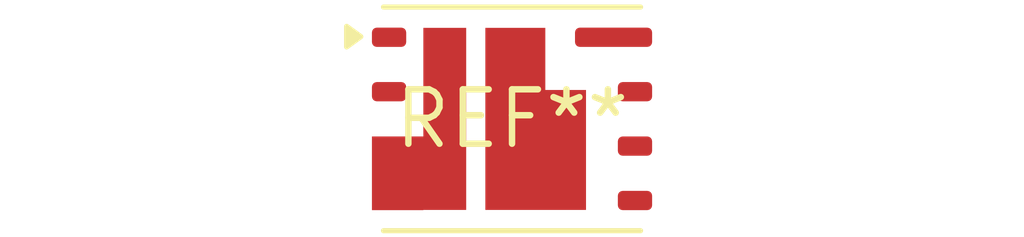
<source format=kicad_pcb>
(kicad_pcb (version 20240108) (generator pcbnew)
  (layers (0 "F.Cu" signal) (31 "B.Cu" signal) (34 "B.Paste" user) (35 "F.Paste" user) (36 "B.SilkS" user "B.Silkscreen") (37 "F.SilkS" user "F.Silkscreen") (38 "B.Mask" user) (39 "F.Mask" user) (44 "Edge.Cuts" user))
  (net 0 "")
  (footprint "Infineon_PG-TISON-8-4" (layer "F.Cu") (at 0 0)
    (property "Reference" "REF**")
    (property "Value" "Infineon_PG-TISON-8-4")
    (fp_line (start 3 -2.61) (end -3 -2.61) (layer "F.SilkS") (stroke (width 0.12)))
    (fp_line (start 3 2.61) (end -3 2.61) (layer "F.SilkS") (stroke (width 0.12)))
    (fp_poly (pts (xy -3.53 -1.92) (xy -3.86 -1.68) (xy -3.86 -2.16) (xy -3.53 -1.92)) (layer "F.SilkS") (stroke (width 0.12)) (fill solid))
    (pad "1" smd roundrect (at -2.87 -1.905) (size 0.8 0.45) (layers "F.Cu" "F.Paste" "F.Mask"))
    (pad "2" smd roundrect (at -2.87 -0.635) (size 0.8 0.45) (layers "F.Cu" "F.Paste" "F.Mask"))
    (pad "3" smd custom (at -1.57 0) (size 1 4.25) (layers "F.Cu") (options (clearance outline) (anchor rect)) (primitives (gr_poly (pts (xy -0.5 2.13) (xy -1.7 2.13) (xy -1.7 0.41) (xy -0.5 0.41)) (width 0) (fill yes))))
    (pad "4" smd roundrect (at 2.87 1.905) (size 0.8 0.45) (layers "F.Cu" "F.Paste" "F.Mask"))
    (pad "5" smd roundrect (at 2.87 0.635) (size 0.8 0.45) (layers "F.Cu" "F.Paste" "F.Mask"))
    (pad "6" smd roundrect (at 2.87 -0.635) (size 0.8 0.45) (layers "F.Cu" "F.Paste" "F.Mask"))
    (pad "7" smd roundrect (at 2.37 -1.905) (size 1.8 0.45) (layers "F.Cu" "F.Mask"))
    (pad "8" smd custom (at 0.077 0) (size 1.4 4.25) (layers "F.Cu" "F.Mask") (options (clearance outline) (anchor rect)) (primitives (gr_poly (pts (xy 1.65 2.125) (xy 0.7 2.125) (xy 0.7 -0.675) (xy 1.65 -0.675)) (width 0) (fill yes))))
  )
)
</source>
